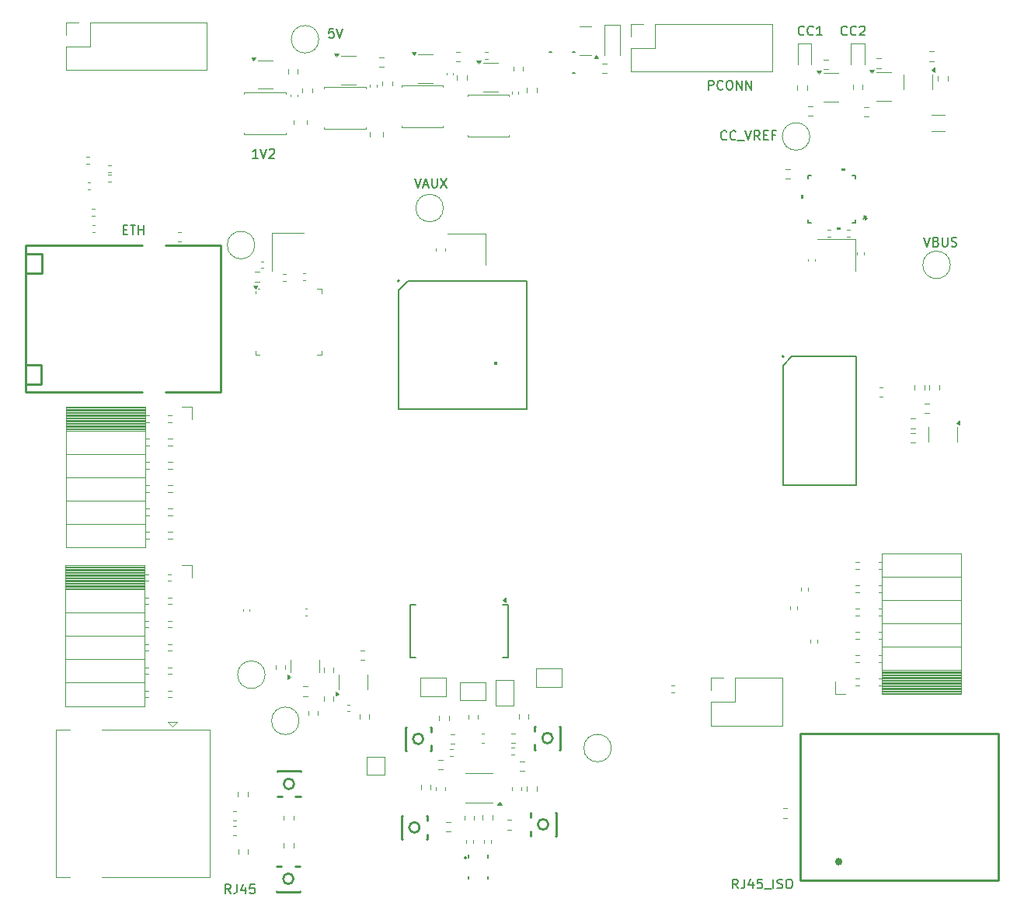
<source format=gbr>
G04 #@! TF.GenerationSoftware,KiCad,Pcbnew,9.0.3-9.0.3-0~ubuntu24.04.1*
G04 #@! TF.CreationDate,2025-07-25T17:12:14+02:00*
G04 #@! TF.ProjectId,acoustic-carrier-board,61636f75-7374-4696-932d-636172726965,rev?*
G04 #@! TF.SameCoordinates,Original*
G04 #@! TF.FileFunction,Legend,Top*
G04 #@! TF.FilePolarity,Positive*
%FSLAX46Y46*%
G04 Gerber Fmt 4.6, Leading zero omitted, Abs format (unit mm)*
G04 Created by KiCad (PCBNEW 9.0.3-9.0.3-0~ubuntu24.04.1) date 2025-07-25 17:12:14*
%MOMM*%
%LPD*%
G01*
G04 APERTURE LIST*
%ADD10C,0.160000*%
%ADD11C,0.120000*%
%ADD12C,0.150000*%
%ADD13C,0.200000*%
%ADD14C,0.254000*%
%ADD15C,0.399999*%
%ADD16C,0.152400*%
%ADD17C,0.000000*%
%ADD18C,0.127000*%
%ADD19C,0.250000*%
%ADD20C,0.410000*%
G04 APERTURE END LIST*
D10*
X139170501Y-76099299D02*
X139503834Y-77099299D01*
X139503834Y-77099299D02*
X139837167Y-76099299D01*
X140503834Y-76575489D02*
X140646691Y-76623108D01*
X140646691Y-76623108D02*
X140694310Y-76670727D01*
X140694310Y-76670727D02*
X140741929Y-76765965D01*
X140741929Y-76765965D02*
X140741929Y-76908822D01*
X140741929Y-76908822D02*
X140694310Y-77004060D01*
X140694310Y-77004060D02*
X140646691Y-77051680D01*
X140646691Y-77051680D02*
X140551453Y-77099299D01*
X140551453Y-77099299D02*
X140170501Y-77099299D01*
X140170501Y-77099299D02*
X140170501Y-76099299D01*
X140170501Y-76099299D02*
X140503834Y-76099299D01*
X140503834Y-76099299D02*
X140599072Y-76146918D01*
X140599072Y-76146918D02*
X140646691Y-76194537D01*
X140646691Y-76194537D02*
X140694310Y-76289775D01*
X140694310Y-76289775D02*
X140694310Y-76385013D01*
X140694310Y-76385013D02*
X140646691Y-76480251D01*
X140646691Y-76480251D02*
X140599072Y-76527870D01*
X140599072Y-76527870D02*
X140503834Y-76575489D01*
X140503834Y-76575489D02*
X140170501Y-76575489D01*
X141170501Y-76099299D02*
X141170501Y-76908822D01*
X141170501Y-76908822D02*
X141218120Y-77004060D01*
X141218120Y-77004060D02*
X141265739Y-77051680D01*
X141265739Y-77051680D02*
X141360977Y-77099299D01*
X141360977Y-77099299D02*
X141551453Y-77099299D01*
X141551453Y-77099299D02*
X141646691Y-77051680D01*
X141646691Y-77051680D02*
X141694310Y-77004060D01*
X141694310Y-77004060D02*
X141741929Y-76908822D01*
X141741929Y-76908822D02*
X141741929Y-76099299D01*
X142170501Y-77051680D02*
X142313358Y-77099299D01*
X142313358Y-77099299D02*
X142551453Y-77099299D01*
X142551453Y-77099299D02*
X142646691Y-77051680D01*
X142646691Y-77051680D02*
X142694310Y-77004060D01*
X142694310Y-77004060D02*
X142741929Y-76908822D01*
X142741929Y-76908822D02*
X142741929Y-76813584D01*
X142741929Y-76813584D02*
X142694310Y-76718346D01*
X142694310Y-76718346D02*
X142646691Y-76670727D01*
X142646691Y-76670727D02*
X142551453Y-76623108D01*
X142551453Y-76623108D02*
X142360977Y-76575489D01*
X142360977Y-76575489D02*
X142265739Y-76527870D01*
X142265739Y-76527870D02*
X142218120Y-76480251D01*
X142218120Y-76480251D02*
X142170501Y-76385013D01*
X142170501Y-76385013D02*
X142170501Y-76289775D01*
X142170501Y-76289775D02*
X142218120Y-76194537D01*
X142218120Y-76194537D02*
X142265739Y-76146918D01*
X142265739Y-76146918D02*
X142360977Y-76099299D01*
X142360977Y-76099299D02*
X142599072Y-76099299D01*
X142599072Y-76099299D02*
X142741929Y-76146918D01*
X117654786Y-65374060D02*
X117607167Y-65421680D01*
X117607167Y-65421680D02*
X117464310Y-65469299D01*
X117464310Y-65469299D02*
X117369072Y-65469299D01*
X117369072Y-65469299D02*
X117226215Y-65421680D01*
X117226215Y-65421680D02*
X117130977Y-65326441D01*
X117130977Y-65326441D02*
X117083358Y-65231203D01*
X117083358Y-65231203D02*
X117035739Y-65040727D01*
X117035739Y-65040727D02*
X117035739Y-64897870D01*
X117035739Y-64897870D02*
X117083358Y-64707394D01*
X117083358Y-64707394D02*
X117130977Y-64612156D01*
X117130977Y-64612156D02*
X117226215Y-64516918D01*
X117226215Y-64516918D02*
X117369072Y-64469299D01*
X117369072Y-64469299D02*
X117464310Y-64469299D01*
X117464310Y-64469299D02*
X117607167Y-64516918D01*
X117607167Y-64516918D02*
X117654786Y-64564537D01*
X118654786Y-65374060D02*
X118607167Y-65421680D01*
X118607167Y-65421680D02*
X118464310Y-65469299D01*
X118464310Y-65469299D02*
X118369072Y-65469299D01*
X118369072Y-65469299D02*
X118226215Y-65421680D01*
X118226215Y-65421680D02*
X118130977Y-65326441D01*
X118130977Y-65326441D02*
X118083358Y-65231203D01*
X118083358Y-65231203D02*
X118035739Y-65040727D01*
X118035739Y-65040727D02*
X118035739Y-64897870D01*
X118035739Y-64897870D02*
X118083358Y-64707394D01*
X118083358Y-64707394D02*
X118130977Y-64612156D01*
X118130977Y-64612156D02*
X118226215Y-64516918D01*
X118226215Y-64516918D02*
X118369072Y-64469299D01*
X118369072Y-64469299D02*
X118464310Y-64469299D01*
X118464310Y-64469299D02*
X118607167Y-64516918D01*
X118607167Y-64516918D02*
X118654786Y-64564537D01*
X118845263Y-65564537D02*
X119607167Y-65564537D01*
X119702406Y-64469299D02*
X120035739Y-65469299D01*
X120035739Y-65469299D02*
X120369072Y-64469299D01*
X121273834Y-65469299D02*
X120940501Y-64993108D01*
X120702406Y-65469299D02*
X120702406Y-64469299D01*
X120702406Y-64469299D02*
X121083358Y-64469299D01*
X121083358Y-64469299D02*
X121178596Y-64516918D01*
X121178596Y-64516918D02*
X121226215Y-64564537D01*
X121226215Y-64564537D02*
X121273834Y-64659775D01*
X121273834Y-64659775D02*
X121273834Y-64802632D01*
X121273834Y-64802632D02*
X121226215Y-64897870D01*
X121226215Y-64897870D02*
X121178596Y-64945489D01*
X121178596Y-64945489D02*
X121083358Y-64993108D01*
X121083358Y-64993108D02*
X120702406Y-64993108D01*
X121702406Y-64945489D02*
X122035739Y-64945489D01*
X122178596Y-65469299D02*
X121702406Y-65469299D01*
X121702406Y-65469299D02*
X121702406Y-64469299D01*
X121702406Y-64469299D02*
X122178596Y-64469299D01*
X122940501Y-64945489D02*
X122607168Y-64945489D01*
X122607168Y-65469299D02*
X122607168Y-64469299D01*
X122607168Y-64469299D02*
X123083358Y-64469299D01*
X74839548Y-53339299D02*
X74363358Y-53339299D01*
X74363358Y-53339299D02*
X74315739Y-53815489D01*
X74315739Y-53815489D02*
X74363358Y-53767870D01*
X74363358Y-53767870D02*
X74458596Y-53720251D01*
X74458596Y-53720251D02*
X74696691Y-53720251D01*
X74696691Y-53720251D02*
X74791929Y-53767870D01*
X74791929Y-53767870D02*
X74839548Y-53815489D01*
X74839548Y-53815489D02*
X74887167Y-53910727D01*
X74887167Y-53910727D02*
X74887167Y-54148822D01*
X74887167Y-54148822D02*
X74839548Y-54244060D01*
X74839548Y-54244060D02*
X74791929Y-54291680D01*
X74791929Y-54291680D02*
X74696691Y-54339299D01*
X74696691Y-54339299D02*
X74458596Y-54339299D01*
X74458596Y-54339299D02*
X74363358Y-54291680D01*
X74363358Y-54291680D02*
X74315739Y-54244060D01*
X75172882Y-53339299D02*
X75506215Y-54339299D01*
X75506215Y-54339299D02*
X75839548Y-53339299D01*
X63594786Y-147659299D02*
X63261453Y-147183108D01*
X63023358Y-147659299D02*
X63023358Y-146659299D01*
X63023358Y-146659299D02*
X63404310Y-146659299D01*
X63404310Y-146659299D02*
X63499548Y-146706918D01*
X63499548Y-146706918D02*
X63547167Y-146754537D01*
X63547167Y-146754537D02*
X63594786Y-146849775D01*
X63594786Y-146849775D02*
X63594786Y-146992632D01*
X63594786Y-146992632D02*
X63547167Y-147087870D01*
X63547167Y-147087870D02*
X63499548Y-147135489D01*
X63499548Y-147135489D02*
X63404310Y-147183108D01*
X63404310Y-147183108D02*
X63023358Y-147183108D01*
X64309072Y-146659299D02*
X64309072Y-147373584D01*
X64309072Y-147373584D02*
X64261453Y-147516441D01*
X64261453Y-147516441D02*
X64166215Y-147611680D01*
X64166215Y-147611680D02*
X64023358Y-147659299D01*
X64023358Y-147659299D02*
X63928120Y-147659299D01*
X65213834Y-146992632D02*
X65213834Y-147659299D01*
X64975739Y-146611680D02*
X64737644Y-147325965D01*
X64737644Y-147325965D02*
X65356691Y-147325965D01*
X66213834Y-146659299D02*
X65737644Y-146659299D01*
X65737644Y-146659299D02*
X65690025Y-147135489D01*
X65690025Y-147135489D02*
X65737644Y-147087870D01*
X65737644Y-147087870D02*
X65832882Y-147040251D01*
X65832882Y-147040251D02*
X66070977Y-147040251D01*
X66070977Y-147040251D02*
X66166215Y-147087870D01*
X66166215Y-147087870D02*
X66213834Y-147135489D01*
X66213834Y-147135489D02*
X66261453Y-147230727D01*
X66261453Y-147230727D02*
X66261453Y-147468822D01*
X66261453Y-147468822D02*
X66213834Y-147564060D01*
X66213834Y-147564060D02*
X66166215Y-147611680D01*
X66166215Y-147611680D02*
X66070977Y-147659299D01*
X66070977Y-147659299D02*
X65832882Y-147659299D01*
X65832882Y-147659299D02*
X65737644Y-147611680D01*
X65737644Y-147611680D02*
X65690025Y-147564060D01*
X66587167Y-67449299D02*
X66015739Y-67449299D01*
X66301453Y-67449299D02*
X66301453Y-66449299D01*
X66301453Y-66449299D02*
X66206215Y-66592156D01*
X66206215Y-66592156D02*
X66110977Y-66687394D01*
X66110977Y-66687394D02*
X66015739Y-66735013D01*
X66872882Y-66449299D02*
X67206215Y-67449299D01*
X67206215Y-67449299D02*
X67539548Y-66449299D01*
X67825263Y-66544537D02*
X67872882Y-66496918D01*
X67872882Y-66496918D02*
X67968120Y-66449299D01*
X67968120Y-66449299D02*
X68206215Y-66449299D01*
X68206215Y-66449299D02*
X68301453Y-66496918D01*
X68301453Y-66496918D02*
X68349072Y-66544537D01*
X68349072Y-66544537D02*
X68396691Y-66639775D01*
X68396691Y-66639775D02*
X68396691Y-66735013D01*
X68396691Y-66735013D02*
X68349072Y-66877870D01*
X68349072Y-66877870D02*
X67777644Y-67449299D01*
X67777644Y-67449299D02*
X68396691Y-67449299D01*
X126094786Y-53954060D02*
X126047167Y-54001680D01*
X126047167Y-54001680D02*
X125904310Y-54049299D01*
X125904310Y-54049299D02*
X125809072Y-54049299D01*
X125809072Y-54049299D02*
X125666215Y-54001680D01*
X125666215Y-54001680D02*
X125570977Y-53906441D01*
X125570977Y-53906441D02*
X125523358Y-53811203D01*
X125523358Y-53811203D02*
X125475739Y-53620727D01*
X125475739Y-53620727D02*
X125475739Y-53477870D01*
X125475739Y-53477870D02*
X125523358Y-53287394D01*
X125523358Y-53287394D02*
X125570977Y-53192156D01*
X125570977Y-53192156D02*
X125666215Y-53096918D01*
X125666215Y-53096918D02*
X125809072Y-53049299D01*
X125809072Y-53049299D02*
X125904310Y-53049299D01*
X125904310Y-53049299D02*
X126047167Y-53096918D01*
X126047167Y-53096918D02*
X126094786Y-53144537D01*
X127094786Y-53954060D02*
X127047167Y-54001680D01*
X127047167Y-54001680D02*
X126904310Y-54049299D01*
X126904310Y-54049299D02*
X126809072Y-54049299D01*
X126809072Y-54049299D02*
X126666215Y-54001680D01*
X126666215Y-54001680D02*
X126570977Y-53906441D01*
X126570977Y-53906441D02*
X126523358Y-53811203D01*
X126523358Y-53811203D02*
X126475739Y-53620727D01*
X126475739Y-53620727D02*
X126475739Y-53477870D01*
X126475739Y-53477870D02*
X126523358Y-53287394D01*
X126523358Y-53287394D02*
X126570977Y-53192156D01*
X126570977Y-53192156D02*
X126666215Y-53096918D01*
X126666215Y-53096918D02*
X126809072Y-53049299D01*
X126809072Y-53049299D02*
X126904310Y-53049299D01*
X126904310Y-53049299D02*
X127047167Y-53096918D01*
X127047167Y-53096918D02*
X127094786Y-53144537D01*
X128047167Y-54049299D02*
X127475739Y-54049299D01*
X127761453Y-54049299D02*
X127761453Y-53049299D01*
X127761453Y-53049299D02*
X127666215Y-53192156D01*
X127666215Y-53192156D02*
X127570977Y-53287394D01*
X127570977Y-53287394D02*
X127475739Y-53335013D01*
X130774786Y-53964060D02*
X130727167Y-54011680D01*
X130727167Y-54011680D02*
X130584310Y-54059299D01*
X130584310Y-54059299D02*
X130489072Y-54059299D01*
X130489072Y-54059299D02*
X130346215Y-54011680D01*
X130346215Y-54011680D02*
X130250977Y-53916441D01*
X130250977Y-53916441D02*
X130203358Y-53821203D01*
X130203358Y-53821203D02*
X130155739Y-53630727D01*
X130155739Y-53630727D02*
X130155739Y-53487870D01*
X130155739Y-53487870D02*
X130203358Y-53297394D01*
X130203358Y-53297394D02*
X130250977Y-53202156D01*
X130250977Y-53202156D02*
X130346215Y-53106918D01*
X130346215Y-53106918D02*
X130489072Y-53059299D01*
X130489072Y-53059299D02*
X130584310Y-53059299D01*
X130584310Y-53059299D02*
X130727167Y-53106918D01*
X130727167Y-53106918D02*
X130774786Y-53154537D01*
X131774786Y-53964060D02*
X131727167Y-54011680D01*
X131727167Y-54011680D02*
X131584310Y-54059299D01*
X131584310Y-54059299D02*
X131489072Y-54059299D01*
X131489072Y-54059299D02*
X131346215Y-54011680D01*
X131346215Y-54011680D02*
X131250977Y-53916441D01*
X131250977Y-53916441D02*
X131203358Y-53821203D01*
X131203358Y-53821203D02*
X131155739Y-53630727D01*
X131155739Y-53630727D02*
X131155739Y-53487870D01*
X131155739Y-53487870D02*
X131203358Y-53297394D01*
X131203358Y-53297394D02*
X131250977Y-53202156D01*
X131250977Y-53202156D02*
X131346215Y-53106918D01*
X131346215Y-53106918D02*
X131489072Y-53059299D01*
X131489072Y-53059299D02*
X131584310Y-53059299D01*
X131584310Y-53059299D02*
X131727167Y-53106918D01*
X131727167Y-53106918D02*
X131774786Y-53154537D01*
X132155739Y-53154537D02*
X132203358Y-53106918D01*
X132203358Y-53106918D02*
X132298596Y-53059299D01*
X132298596Y-53059299D02*
X132536691Y-53059299D01*
X132536691Y-53059299D02*
X132631929Y-53106918D01*
X132631929Y-53106918D02*
X132679548Y-53154537D01*
X132679548Y-53154537D02*
X132727167Y-53249775D01*
X132727167Y-53249775D02*
X132727167Y-53345013D01*
X132727167Y-53345013D02*
X132679548Y-53487870D01*
X132679548Y-53487870D02*
X132108120Y-54059299D01*
X132108120Y-54059299D02*
X132727167Y-54059299D01*
X115683358Y-59999299D02*
X115683358Y-58999299D01*
X115683358Y-58999299D02*
X116064310Y-58999299D01*
X116064310Y-58999299D02*
X116159548Y-59046918D01*
X116159548Y-59046918D02*
X116207167Y-59094537D01*
X116207167Y-59094537D02*
X116254786Y-59189775D01*
X116254786Y-59189775D02*
X116254786Y-59332632D01*
X116254786Y-59332632D02*
X116207167Y-59427870D01*
X116207167Y-59427870D02*
X116159548Y-59475489D01*
X116159548Y-59475489D02*
X116064310Y-59523108D01*
X116064310Y-59523108D02*
X115683358Y-59523108D01*
X117254786Y-59904060D02*
X117207167Y-59951680D01*
X117207167Y-59951680D02*
X117064310Y-59999299D01*
X117064310Y-59999299D02*
X116969072Y-59999299D01*
X116969072Y-59999299D02*
X116826215Y-59951680D01*
X116826215Y-59951680D02*
X116730977Y-59856441D01*
X116730977Y-59856441D02*
X116683358Y-59761203D01*
X116683358Y-59761203D02*
X116635739Y-59570727D01*
X116635739Y-59570727D02*
X116635739Y-59427870D01*
X116635739Y-59427870D02*
X116683358Y-59237394D01*
X116683358Y-59237394D02*
X116730977Y-59142156D01*
X116730977Y-59142156D02*
X116826215Y-59046918D01*
X116826215Y-59046918D02*
X116969072Y-58999299D01*
X116969072Y-58999299D02*
X117064310Y-58999299D01*
X117064310Y-58999299D02*
X117207167Y-59046918D01*
X117207167Y-59046918D02*
X117254786Y-59094537D01*
X117873834Y-58999299D02*
X118064310Y-58999299D01*
X118064310Y-58999299D02*
X118159548Y-59046918D01*
X118159548Y-59046918D02*
X118254786Y-59142156D01*
X118254786Y-59142156D02*
X118302405Y-59332632D01*
X118302405Y-59332632D02*
X118302405Y-59665965D01*
X118302405Y-59665965D02*
X118254786Y-59856441D01*
X118254786Y-59856441D02*
X118159548Y-59951680D01*
X118159548Y-59951680D02*
X118064310Y-59999299D01*
X118064310Y-59999299D02*
X117873834Y-59999299D01*
X117873834Y-59999299D02*
X117778596Y-59951680D01*
X117778596Y-59951680D02*
X117683358Y-59856441D01*
X117683358Y-59856441D02*
X117635739Y-59665965D01*
X117635739Y-59665965D02*
X117635739Y-59332632D01*
X117635739Y-59332632D02*
X117683358Y-59142156D01*
X117683358Y-59142156D02*
X117778596Y-59046918D01*
X117778596Y-59046918D02*
X117873834Y-58999299D01*
X118730977Y-59999299D02*
X118730977Y-58999299D01*
X118730977Y-58999299D02*
X119302405Y-59999299D01*
X119302405Y-59999299D02*
X119302405Y-58999299D01*
X119778596Y-59999299D02*
X119778596Y-58999299D01*
X119778596Y-58999299D02*
X120350024Y-59999299D01*
X120350024Y-59999299D02*
X120350024Y-58999299D01*
X118894786Y-147099299D02*
X118561453Y-146623108D01*
X118323358Y-147099299D02*
X118323358Y-146099299D01*
X118323358Y-146099299D02*
X118704310Y-146099299D01*
X118704310Y-146099299D02*
X118799548Y-146146918D01*
X118799548Y-146146918D02*
X118847167Y-146194537D01*
X118847167Y-146194537D02*
X118894786Y-146289775D01*
X118894786Y-146289775D02*
X118894786Y-146432632D01*
X118894786Y-146432632D02*
X118847167Y-146527870D01*
X118847167Y-146527870D02*
X118799548Y-146575489D01*
X118799548Y-146575489D02*
X118704310Y-146623108D01*
X118704310Y-146623108D02*
X118323358Y-146623108D01*
X119609072Y-146099299D02*
X119609072Y-146813584D01*
X119609072Y-146813584D02*
X119561453Y-146956441D01*
X119561453Y-146956441D02*
X119466215Y-147051680D01*
X119466215Y-147051680D02*
X119323358Y-147099299D01*
X119323358Y-147099299D02*
X119228120Y-147099299D01*
X120513834Y-146432632D02*
X120513834Y-147099299D01*
X120275739Y-146051680D02*
X120037644Y-146765965D01*
X120037644Y-146765965D02*
X120656691Y-146765965D01*
X121513834Y-146099299D02*
X121037644Y-146099299D01*
X121037644Y-146099299D02*
X120990025Y-146575489D01*
X120990025Y-146575489D02*
X121037644Y-146527870D01*
X121037644Y-146527870D02*
X121132882Y-146480251D01*
X121132882Y-146480251D02*
X121370977Y-146480251D01*
X121370977Y-146480251D02*
X121466215Y-146527870D01*
X121466215Y-146527870D02*
X121513834Y-146575489D01*
X121513834Y-146575489D02*
X121561453Y-146670727D01*
X121561453Y-146670727D02*
X121561453Y-146908822D01*
X121561453Y-146908822D02*
X121513834Y-147004060D01*
X121513834Y-147004060D02*
X121466215Y-147051680D01*
X121466215Y-147051680D02*
X121370977Y-147099299D01*
X121370977Y-147099299D02*
X121132882Y-147099299D01*
X121132882Y-147099299D02*
X121037644Y-147051680D01*
X121037644Y-147051680D02*
X120990025Y-147004060D01*
X121751930Y-147194537D02*
X122513834Y-147194537D01*
X122751930Y-147099299D02*
X122751930Y-146099299D01*
X123180501Y-147051680D02*
X123323358Y-147099299D01*
X123323358Y-147099299D02*
X123561453Y-147099299D01*
X123561453Y-147099299D02*
X123656691Y-147051680D01*
X123656691Y-147051680D02*
X123704310Y-147004060D01*
X123704310Y-147004060D02*
X123751929Y-146908822D01*
X123751929Y-146908822D02*
X123751929Y-146813584D01*
X123751929Y-146813584D02*
X123704310Y-146718346D01*
X123704310Y-146718346D02*
X123656691Y-146670727D01*
X123656691Y-146670727D02*
X123561453Y-146623108D01*
X123561453Y-146623108D02*
X123370977Y-146575489D01*
X123370977Y-146575489D02*
X123275739Y-146527870D01*
X123275739Y-146527870D02*
X123228120Y-146480251D01*
X123228120Y-146480251D02*
X123180501Y-146385013D01*
X123180501Y-146385013D02*
X123180501Y-146289775D01*
X123180501Y-146289775D02*
X123228120Y-146194537D01*
X123228120Y-146194537D02*
X123275739Y-146146918D01*
X123275739Y-146146918D02*
X123370977Y-146099299D01*
X123370977Y-146099299D02*
X123609072Y-146099299D01*
X123609072Y-146099299D02*
X123751929Y-146146918D01*
X124370977Y-146099299D02*
X124561453Y-146099299D01*
X124561453Y-146099299D02*
X124656691Y-146146918D01*
X124656691Y-146146918D02*
X124751929Y-146242156D01*
X124751929Y-146242156D02*
X124799548Y-146432632D01*
X124799548Y-146432632D02*
X124799548Y-146765965D01*
X124799548Y-146765965D02*
X124751929Y-146956441D01*
X124751929Y-146956441D02*
X124656691Y-147051680D01*
X124656691Y-147051680D02*
X124561453Y-147099299D01*
X124561453Y-147099299D02*
X124370977Y-147099299D01*
X124370977Y-147099299D02*
X124275739Y-147051680D01*
X124275739Y-147051680D02*
X124180501Y-146956441D01*
X124180501Y-146956441D02*
X124132882Y-146765965D01*
X124132882Y-146765965D02*
X124132882Y-146432632D01*
X124132882Y-146432632D02*
X124180501Y-146242156D01*
X124180501Y-146242156D02*
X124275739Y-146146918D01*
X124275739Y-146146918D02*
X124370977Y-146099299D01*
X83690501Y-69659299D02*
X84023834Y-70659299D01*
X84023834Y-70659299D02*
X84357167Y-69659299D01*
X84642882Y-70373584D02*
X85119072Y-70373584D01*
X84547644Y-70659299D02*
X84880977Y-69659299D01*
X84880977Y-69659299D02*
X85214310Y-70659299D01*
X85547644Y-69659299D02*
X85547644Y-70468822D01*
X85547644Y-70468822D02*
X85595263Y-70564060D01*
X85595263Y-70564060D02*
X85642882Y-70611680D01*
X85642882Y-70611680D02*
X85738120Y-70659299D01*
X85738120Y-70659299D02*
X85928596Y-70659299D01*
X85928596Y-70659299D02*
X86023834Y-70611680D01*
X86023834Y-70611680D02*
X86071453Y-70564060D01*
X86071453Y-70564060D02*
X86119072Y-70468822D01*
X86119072Y-70468822D02*
X86119072Y-69659299D01*
X86500025Y-69659299D02*
X87166691Y-70659299D01*
X87166691Y-69659299D02*
X86500025Y-70659299D01*
X51913358Y-75235489D02*
X52246691Y-75235489D01*
X52389548Y-75759299D02*
X51913358Y-75759299D01*
X51913358Y-75759299D02*
X51913358Y-74759299D01*
X51913358Y-74759299D02*
X52389548Y-74759299D01*
X52675263Y-74759299D02*
X53246691Y-74759299D01*
X52960977Y-75759299D02*
X52960977Y-74759299D01*
X53580025Y-75759299D02*
X53580025Y-74759299D01*
X53580025Y-75235489D02*
X54151453Y-75235489D01*
X54151453Y-75759299D02*
X54151453Y-74759299D01*
X132759999Y-74195700D02*
X132759999Y-73957605D01*
X132998094Y-74052843D02*
X132759999Y-73957605D01*
X132759999Y-73957605D02*
X132521904Y-74052843D01*
X132902856Y-73767129D02*
X132759999Y-73957605D01*
X132759999Y-73957605D02*
X132617142Y-73767129D01*
D11*
X88642258Y-55842500D02*
X88167742Y-55842500D01*
X88642258Y-56887500D02*
X88167742Y-56887500D01*
X134755000Y-58120000D02*
X133955000Y-58120000D01*
X134755000Y-58120000D02*
X135555000Y-58120000D01*
X134755000Y-61240000D02*
X133955000Y-61240000D01*
X134755000Y-61240000D02*
X135555000Y-61240000D01*
X133455000Y-58170000D02*
X133215000Y-57840000D01*
X133695000Y-57840000D01*
X133455000Y-58170000D01*
G36*
X133455000Y-58170000D02*
G01*
X133215000Y-57840000D01*
X133695000Y-57840000D01*
X133455000Y-58170000D01*
G37*
X92460000Y-124350000D02*
X94460000Y-124350000D01*
X92460000Y-127150000D02*
X92460000Y-124350000D01*
X94460000Y-124350000D02*
X94460000Y-127150000D01*
X94460000Y-127150000D02*
X92460000Y-127150000D01*
X86007500Y-136376267D02*
X86007500Y-136083733D01*
X87027500Y-136376267D02*
X87027500Y-136083733D01*
X63911233Y-138705000D02*
X64203767Y-138705000D01*
X63911233Y-139725000D02*
X64203767Y-139725000D01*
X126810000Y-119966359D02*
X126810000Y-120273641D01*
X127570000Y-119966359D02*
X127570000Y-120273641D01*
X78795000Y-59672836D02*
X78795000Y-59457164D01*
X79515000Y-59672836D02*
X79515000Y-59457164D01*
X66240000Y-76940000D02*
G75*
G02*
X63240000Y-76940000I-1500000J0D01*
G01*
X63240000Y-76940000D02*
G75*
G02*
X66240000Y-76940000I1500000J0D01*
G01*
X44540000Y-145885000D02*
X44540000Y-129765000D01*
X46100000Y-129765000D02*
X44540000Y-129765000D01*
X46100000Y-145885000D02*
X44540000Y-145885000D01*
X56742000Y-128939000D02*
X57250000Y-129447000D01*
X57250000Y-129447000D02*
X57758000Y-128939000D01*
X57758000Y-128939000D02*
X56742000Y-128939000D01*
X61360000Y-129765000D02*
X49600000Y-129765000D01*
X61360000Y-145885000D02*
X49600000Y-145885000D01*
X61360000Y-145885000D02*
X61360000Y-129765000D01*
X50266359Y-69230000D02*
X50573641Y-69230000D01*
X50266359Y-69990000D02*
X50573641Y-69990000D01*
D12*
X83185000Y-116135000D02*
X83185000Y-121885000D01*
X83760000Y-116135000D02*
X83185000Y-116135000D01*
X83760000Y-121885000D02*
X83185000Y-121885000D01*
X93835000Y-116135000D02*
X93260000Y-116135000D01*
X93835000Y-116135000D02*
X93835000Y-121885000D01*
X93835000Y-121885000D02*
X93260000Y-121885000D01*
D11*
X93590000Y-115875000D02*
X93260000Y-115635000D01*
X93590000Y-115395000D01*
X93590000Y-115875000D01*
G36*
X93590000Y-115875000D02*
G01*
X93260000Y-115635000D01*
X93590000Y-115395000D01*
X93590000Y-115875000D01*
G37*
X102290002Y-53119999D02*
X101640002Y-53119999D01*
X102290002Y-53119999D02*
X102940002Y-53119999D01*
X102290002Y-56239999D02*
X101640002Y-56239999D01*
X102290002Y-56239999D02*
X102940002Y-56239999D01*
X103692502Y-56519999D02*
X103212502Y-56519999D01*
X103452502Y-56189999D01*
X103692502Y-56519999D01*
G36*
X103692502Y-56519999D02*
G01*
X103212502Y-56519999D01*
X103452502Y-56189999D01*
X103692502Y-56519999D01*
G37*
X70145000Y-60722836D02*
X70145000Y-60507164D01*
X70865000Y-60722836D02*
X70865000Y-60507164D01*
X45620000Y-111890000D02*
X45620000Y-127250000D01*
X45620000Y-111890000D02*
X54250000Y-111890000D01*
X45620000Y-112010000D02*
X54250000Y-112010000D01*
X45620000Y-112128095D02*
X54250000Y-112128095D01*
X45620000Y-112246190D02*
X54250000Y-112246190D01*
X45620000Y-112364285D02*
X54250000Y-112364285D01*
X45620000Y-112482380D02*
X54250000Y-112482380D01*
X45620000Y-112600475D02*
X54250000Y-112600475D01*
X45620000Y-112718570D02*
X54250000Y-112718570D01*
X45620000Y-112836665D02*
X54250000Y-112836665D01*
X45620000Y-112954760D02*
X54250000Y-112954760D01*
X45620000Y-113072855D02*
X54250000Y-113072855D01*
X45620000Y-113190950D02*
X54250000Y-113190950D01*
X45620000Y-113309045D02*
X54250000Y-113309045D01*
X45620000Y-113427140D02*
X54250000Y-113427140D01*
X45620000Y-113545235D02*
X54250000Y-113545235D01*
X45620000Y-113663330D02*
X54250000Y-113663330D01*
X45620000Y-113781425D02*
X54250000Y-113781425D01*
X45620000Y-113899520D02*
X54250000Y-113899520D01*
X45620000Y-114017615D02*
X54250000Y-114017615D01*
X45620000Y-114135710D02*
X54250000Y-114135710D01*
X45620000Y-114253805D02*
X54250000Y-114253805D01*
X45620000Y-114371900D02*
X54250000Y-114371900D01*
X45620000Y-114490000D02*
X54250000Y-114490000D01*
X45620000Y-117030000D02*
X54250000Y-117030000D01*
X45620000Y-119570000D02*
X54250000Y-119570000D01*
X45620000Y-122110000D02*
X54250000Y-122110000D01*
X45620000Y-124650000D02*
X54250000Y-124650000D01*
X45620000Y-127250000D02*
X54250000Y-127250000D01*
X54250000Y-111890000D02*
X54250000Y-127250000D01*
X54250000Y-112860000D02*
X54660000Y-112860000D01*
X54250000Y-113580000D02*
X54660000Y-113580000D01*
X54250000Y-115400000D02*
X54660000Y-115400000D01*
X54250000Y-116120000D02*
X54660000Y-116120000D01*
X54250000Y-117940000D02*
X54660000Y-117940000D01*
X54250000Y-118660000D02*
X54660000Y-118660000D01*
X54250000Y-120480000D02*
X54660000Y-120480000D01*
X54250000Y-121200000D02*
X54660000Y-121200000D01*
X54250000Y-123020000D02*
X54660000Y-123020000D01*
X54250000Y-123740000D02*
X54660000Y-123740000D01*
X54250000Y-125560000D02*
X54660000Y-125560000D01*
X54250000Y-126280000D02*
X54660000Y-126280000D01*
X56760000Y-112860000D02*
X57140000Y-112860000D01*
X56760000Y-113580000D02*
X57140000Y-113580000D01*
X56760000Y-115400000D02*
X57200000Y-115400000D01*
X56760000Y-116120000D02*
X57200000Y-116120000D01*
X56760000Y-117940000D02*
X57200000Y-117940000D01*
X56760000Y-118660000D02*
X57200000Y-118660000D01*
X56760000Y-120480000D02*
X57200000Y-120480000D01*
X56760000Y-121200000D02*
X57200000Y-121200000D01*
X56760000Y-123020000D02*
X57200000Y-123020000D01*
X56760000Y-123740000D02*
X57200000Y-123740000D01*
X56760000Y-125560000D02*
X57200000Y-125560000D01*
X56760000Y-126280000D02*
X57200000Y-126280000D01*
X58250000Y-111890000D02*
X59360000Y-111890000D01*
X59360000Y-111890000D02*
X59360000Y-113220000D01*
X95002500Y-128122742D02*
X95002500Y-128597258D01*
X96047500Y-128122742D02*
X96047500Y-128597258D01*
X91623641Y-55890000D02*
X91316359Y-55890000D01*
X91623641Y-56650000D02*
X91316359Y-56650000D01*
D13*
X81900000Y-81850000D02*
X82900000Y-80850000D01*
X81900000Y-94850000D02*
X81900000Y-81850000D01*
X82900000Y-80850000D02*
X95900000Y-80850000D01*
X95900000Y-80850000D02*
X95900000Y-94850000D01*
X95900000Y-94850000D02*
X81900000Y-94850000D01*
X82000000Y-80850000D02*
G75*
G02*
X81800000Y-80850000I-100000J0D01*
G01*
X81800000Y-80850000D02*
G75*
G02*
X82000000Y-80850000I100000J0D01*
G01*
D11*
X77737742Y-121145000D02*
X78212258Y-121145000D01*
X77737742Y-122190000D02*
X78212258Y-122190000D01*
X69610121Y-80105000D02*
X69274879Y-80105000D01*
X69610121Y-80865000D02*
X69274879Y-80865000D01*
X73742500Y-123527258D02*
X73742500Y-123052742D01*
X74787500Y-123527258D02*
X74787500Y-123052742D01*
X84260000Y-124140000D02*
X87060000Y-124140000D01*
X84260000Y-126140000D02*
X84260000Y-124140000D01*
X87060000Y-124140000D02*
X87060000Y-126140000D01*
X87060000Y-126140000D02*
X84260000Y-126140000D01*
X124610000Y-116653641D02*
X124610000Y-116346359D01*
X125370000Y-116653641D02*
X125370000Y-116346359D01*
X78745000Y-64622936D02*
X78745000Y-65077064D01*
X80215000Y-64622936D02*
X80215000Y-65077064D01*
X138212258Y-95877500D02*
X137737742Y-95877500D01*
X138212258Y-96922500D02*
X137737742Y-96922500D01*
X128973641Y-75233000D02*
X128666359Y-75233000D01*
X128973641Y-75993000D02*
X128666359Y-75993000D01*
X48016359Y-70100000D02*
X48323641Y-70100000D01*
X48016359Y-70860000D02*
X48323641Y-70860000D01*
X94197258Y-139657500D02*
X93722742Y-139657500D01*
X94197258Y-140702500D02*
X93722742Y-140702500D01*
X137737742Y-97427500D02*
X138212258Y-97427500D01*
X137737742Y-98472500D02*
X138212258Y-98472500D01*
X127034724Y-61802500D02*
X126525276Y-61802500D01*
X127034724Y-62847500D02*
X126525276Y-62847500D01*
X45665000Y-94565000D02*
X45665000Y-109925000D01*
X45665000Y-94565000D02*
X54295000Y-94565000D01*
X45665000Y-94685000D02*
X54295000Y-94685000D01*
X45665000Y-94803095D02*
X54295000Y-94803095D01*
X45665000Y-94921190D02*
X54295000Y-94921190D01*
X45665000Y-95039285D02*
X54295000Y-95039285D01*
X45665000Y-95157380D02*
X54295000Y-95157380D01*
X45665000Y-95275475D02*
X54295000Y-95275475D01*
X45665000Y-95393570D02*
X54295000Y-95393570D01*
X45665000Y-95511665D02*
X54295000Y-95511665D01*
X45665000Y-95629760D02*
X54295000Y-95629760D01*
X45665000Y-95747855D02*
X54295000Y-95747855D01*
X45665000Y-95865950D02*
X54295000Y-95865950D01*
X45665000Y-95984045D02*
X54295000Y-95984045D01*
X45665000Y-96102140D02*
X54295000Y-96102140D01*
X45665000Y-96220235D02*
X54295000Y-96220235D01*
X45665000Y-96338330D02*
X54295000Y-96338330D01*
X45665000Y-96456425D02*
X54295000Y-96456425D01*
X45665000Y-96574520D02*
X54295000Y-96574520D01*
X45665000Y-96692615D02*
X54295000Y-96692615D01*
X45665000Y-96810710D02*
X54295000Y-96810710D01*
X45665000Y-96928805D02*
X54295000Y-96928805D01*
X45665000Y-97046900D02*
X54295000Y-97046900D01*
X45665000Y-97165000D02*
X54295000Y-97165000D01*
X45665000Y-99705000D02*
X54295000Y-99705000D01*
X45665000Y-102245000D02*
X54295000Y-102245000D01*
X45665000Y-104785000D02*
X54295000Y-104785000D01*
X45665000Y-107325000D02*
X54295000Y-107325000D01*
X45665000Y-109925000D02*
X54295000Y-109925000D01*
X54295000Y-94565000D02*
X54295000Y-109925000D01*
X54295000Y-95535000D02*
X54705000Y-95535000D01*
X54295000Y-96255000D02*
X54705000Y-96255000D01*
X54295000Y-98075000D02*
X54705000Y-98075000D01*
X54295000Y-98795000D02*
X54705000Y-98795000D01*
X54295000Y-100615000D02*
X54705000Y-100615000D01*
X54295000Y-101335000D02*
X54705000Y-101335000D01*
X54295000Y-103155000D02*
X54705000Y-103155000D01*
X54295000Y-103875000D02*
X54705000Y-103875000D01*
X54295000Y-105695000D02*
X54705000Y-105695000D01*
X54295000Y-106415000D02*
X54705000Y-106415000D01*
X54295000Y-108235000D02*
X54705000Y-108235000D01*
X54295000Y-108955000D02*
X54705000Y-108955000D01*
X56805000Y-95535000D02*
X57185000Y-95535000D01*
X56805000Y-96255000D02*
X57185000Y-96255000D01*
X56805000Y-98075000D02*
X57245000Y-98075000D01*
X56805000Y-98795000D02*
X57245000Y-98795000D01*
X56805000Y-100615000D02*
X57245000Y-100615000D01*
X56805000Y-101335000D02*
X57245000Y-101335000D01*
X56805000Y-103155000D02*
X57245000Y-103155000D01*
X56805000Y-103875000D02*
X57245000Y-103875000D01*
X56805000Y-105695000D02*
X57245000Y-105695000D01*
X56805000Y-106415000D02*
X57245000Y-106415000D01*
X56805000Y-108235000D02*
X57245000Y-108235000D01*
X56805000Y-108955000D02*
X57245000Y-108955000D01*
X58295000Y-94565000D02*
X59405000Y-94565000D01*
X59405000Y-94565000D02*
X59405000Y-95895000D01*
X124567258Y-68627500D02*
X124092742Y-68627500D01*
X124567258Y-69672500D02*
X124092742Y-69672500D01*
X139712776Y-55815000D02*
X140222224Y-55815000D01*
X139712776Y-56860000D02*
X140222224Y-56860000D01*
X67417500Y-56785000D02*
X66617500Y-56785000D01*
X67417500Y-56785000D02*
X68217500Y-56785000D01*
X67417500Y-59905000D02*
X66617500Y-59905000D01*
X67417500Y-59905000D02*
X68217500Y-59905000D01*
X66117500Y-56835000D02*
X65877500Y-56505000D01*
X66357500Y-56505000D01*
X66117500Y-56835000D01*
G36*
X66117500Y-56835000D02*
G01*
X65877500Y-56505000D01*
X66357500Y-56505000D01*
X66117500Y-56835000D01*
G37*
X131220000Y-54927500D02*
X131220000Y-57212500D01*
X132690000Y-54927500D02*
X131220000Y-54927500D01*
X132690000Y-57212500D02*
X132690000Y-54927500D01*
X139752500Y-92237742D02*
X139752500Y-92712258D01*
X140797500Y-92237742D02*
X140797500Y-92712258D01*
X126730000Y-65090000D02*
G75*
G02*
X123730000Y-65090000I-1500000J0D01*
G01*
X123730000Y-65090000D02*
G75*
G02*
X126730000Y-65090000I1500000J0D01*
G01*
X128255242Y-56702500D02*
X128729758Y-56702500D01*
X128255242Y-57747500D02*
X128729758Y-57747500D01*
X78480000Y-132780000D02*
X80380000Y-132780000D01*
X78480000Y-134680000D02*
X78480000Y-132780000D01*
X80380000Y-132780000D02*
X80380000Y-134680000D01*
X80380000Y-134680000D02*
X78480000Y-134680000D01*
X72002258Y-125097500D02*
X71527742Y-125097500D01*
X72002258Y-126142500D02*
X71527742Y-126142500D01*
X47876359Y-67300000D02*
X48183641Y-67300000D01*
X47876359Y-68060000D02*
X48183641Y-68060000D01*
X95895000Y-136005242D02*
X95895000Y-136479758D01*
X96940000Y-136005242D02*
X96940000Y-136479758D01*
X76455000Y-56305000D02*
X75655000Y-56305000D01*
X76455000Y-56305000D02*
X77255000Y-56305000D01*
X76455000Y-59425000D02*
X75655000Y-59425000D01*
X76455000Y-59425000D02*
X77255000Y-59425000D01*
X75155000Y-56355000D02*
X74915000Y-56025000D01*
X75395000Y-56025000D01*
X75155000Y-56355000D01*
G36*
X75155000Y-56355000D02*
G01*
X74915000Y-56025000D01*
X75395000Y-56025000D01*
X75155000Y-56355000D01*
G37*
X91077500Y-139152742D02*
X91077500Y-139627258D01*
X92122500Y-139152742D02*
X92122500Y-139627258D01*
X138152500Y-92672258D02*
X138152500Y-92197742D01*
X139197500Y-92672258D02*
X139197500Y-92197742D01*
X89445000Y-60555000D02*
X89445000Y-60705000D01*
X89445000Y-60555000D02*
X93965000Y-60555000D01*
X89445000Y-65075000D02*
X89445000Y-64925000D01*
X89445000Y-65075000D02*
X93965000Y-65075000D01*
X93965000Y-60555000D02*
X93965000Y-60705000D01*
X93965000Y-65075000D02*
X93965000Y-64925000D01*
X50256359Y-68220000D02*
X50563641Y-68220000D01*
X50256359Y-68980000D02*
X50563641Y-68980000D01*
X94552621Y-131730000D02*
X94217379Y-131730000D01*
X94552621Y-132490000D02*
X94217379Y-132490000D01*
X95622258Y-133237500D02*
X95147742Y-133237500D01*
X95622258Y-134282500D02*
X95147742Y-134282500D01*
X58186267Y-75510000D02*
X57893733Y-75510000D01*
X58186267Y-76530000D02*
X57893733Y-76530000D01*
X48536359Y-74800000D02*
X48843641Y-74800000D01*
X48536359Y-75560000D02*
X48843641Y-75560000D01*
X45670000Y-52670000D02*
X47000000Y-52670000D01*
X45670000Y-54000000D02*
X45670000Y-52670000D01*
X45670000Y-55270000D02*
X48270000Y-55270000D01*
X45670000Y-57870000D02*
X45670000Y-55270000D01*
X45670000Y-57870000D02*
X61030000Y-57870000D01*
X48270000Y-52670000D02*
X61030000Y-52670000D01*
X48270000Y-55270000D02*
X48270000Y-52670000D01*
X61030000Y-57870000D02*
X61030000Y-52670000D01*
X131870000Y-77977836D02*
X131870000Y-77762164D01*
X132590000Y-77977836D02*
X132590000Y-77762164D01*
X69407500Y-142192742D02*
X69407500Y-142667258D01*
X70452500Y-142192742D02*
X70452500Y-142667258D01*
X64950000Y-116870336D02*
X64950000Y-116654664D01*
X65670000Y-116870336D02*
X65670000Y-116654664D01*
X125432500Y-54952500D02*
X125432500Y-57237500D01*
X126902500Y-54952500D02*
X125432500Y-54952500D01*
X126902500Y-57237500D02*
X126902500Y-54952500D01*
X65095000Y-60310000D02*
X65095000Y-60460000D01*
X65095000Y-60310000D02*
X69615000Y-60310000D01*
X65095000Y-64830000D02*
X65095000Y-64680000D01*
X65095000Y-64830000D02*
X69615000Y-64830000D01*
X69615000Y-60310000D02*
X69615000Y-60460000D01*
X69615000Y-64830000D02*
X69615000Y-64680000D01*
X131432500Y-59954724D02*
X131432500Y-59445276D01*
X132477500Y-59954724D02*
X132477500Y-59445276D01*
X139665000Y-97612500D02*
X139665000Y-96812500D01*
X139665000Y-97612500D02*
X139665000Y-98412500D01*
X142785000Y-97612500D02*
X142785000Y-96812500D01*
X142785000Y-97612500D02*
X142785000Y-98412500D01*
X143065000Y-96552500D02*
X142735000Y-96312500D01*
X143065000Y-96072500D01*
X143065000Y-96552500D01*
G36*
X143065000Y-96552500D02*
G01*
X142735000Y-96312500D01*
X143065000Y-96072500D01*
X143065000Y-96552500D01*
G37*
D14*
X68690000Y-134312500D02*
X68690000Y-134379000D01*
X68690000Y-137041000D02*
X68690000Y-137107500D01*
X68690000Y-137107500D02*
X69229000Y-137107500D01*
X69229000Y-134312500D02*
X68690000Y-134312500D01*
X69229000Y-134312500D02*
X70691000Y-134312500D01*
X70691000Y-137107500D02*
X71230000Y-137107500D01*
X71230000Y-134312500D02*
X70691000Y-134312500D01*
X71230000Y-134379000D02*
X71230000Y-134312500D01*
X71230000Y-137107500D02*
X71230000Y-137041000D01*
X70528000Y-135710000D02*
G75*
G02*
X69392000Y-135710000I-568000J0D01*
G01*
X69392000Y-135710000D02*
G75*
G02*
X70528000Y-135710000I568000J0D01*
G01*
D11*
X66747258Y-79877500D02*
X66272742Y-79877500D01*
X66747258Y-80922500D02*
X66272742Y-80922500D01*
X134359471Y-92457750D02*
X134685029Y-92457750D01*
X134359471Y-93477750D02*
X134685029Y-93477750D01*
D14*
X125675037Y-130190096D02*
X125675037Y-146190089D01*
X147277000Y-130190071D02*
X125677069Y-130190096D01*
X147277000Y-130190071D02*
X147277000Y-146190064D01*
X147286931Y-146190064D02*
X125687000Y-146190089D01*
D15*
X130059864Y-144190068D02*
G75*
G02*
X129660068Y-144190068I-199898J0D01*
G01*
X129660068Y-144190068D02*
G75*
G02*
X130059864Y-144190068I199898J0D01*
G01*
D11*
X125750000Y-114653641D02*
X125750000Y-114346359D01*
X126510000Y-114653641D02*
X126510000Y-114346359D01*
X96860000Y-123100000D02*
X99660000Y-123100000D01*
X96860000Y-125100000D02*
X96860000Y-123100000D01*
X99660000Y-123100000D02*
X99660000Y-125100000D01*
X99660000Y-125100000D02*
X96860000Y-125100000D01*
X66295000Y-82200000D02*
X66295000Y-81965000D01*
X66295000Y-88945000D02*
X66295000Y-88470000D01*
X66770000Y-81725000D02*
X66595000Y-81725000D01*
X66770000Y-88945000D02*
X66295000Y-88945000D01*
X73040000Y-81725000D02*
X73515000Y-81725000D01*
X73040000Y-88945000D02*
X73515000Y-88945000D01*
X73515000Y-81725000D02*
X73515000Y-82200000D01*
X73515000Y-88945000D02*
X73515000Y-88470000D01*
X66295000Y-81725000D02*
X66055000Y-81395000D01*
X66535000Y-81395000D01*
X66295000Y-81725000D01*
G36*
X66295000Y-81725000D02*
G01*
X66055000Y-81395000D01*
X66535000Y-81395000D01*
X66295000Y-81725000D01*
G37*
D14*
X96262500Y-138860000D02*
X96262500Y-139399000D01*
X96262500Y-140861000D02*
X96262500Y-141400000D01*
X96262500Y-141400000D02*
X96329000Y-141400000D01*
X96329000Y-138860000D02*
X96262500Y-138860000D01*
X98991000Y-141400000D02*
X99057500Y-141400000D01*
X99057500Y-138860000D02*
X98991000Y-138860000D01*
X99057500Y-139399000D02*
X99057500Y-138860000D01*
X99057500Y-139399000D02*
X99057500Y-140861000D01*
X99057500Y-141400000D02*
X99057500Y-140861000D01*
X98228000Y-140130000D02*
G75*
G02*
X97092000Y-140130000I-568000J0D01*
G01*
X97092000Y-140130000D02*
G75*
G02*
X98228000Y-140130000I568000J0D01*
G01*
D11*
X140695000Y-58532776D02*
X140695000Y-59042224D01*
X141740000Y-58532776D02*
X141740000Y-59042224D01*
X107250000Y-52830000D02*
X108580000Y-52830000D01*
X107250000Y-54160000D02*
X107250000Y-52830000D01*
X107250000Y-55430000D02*
X109850000Y-55430000D01*
X107250000Y-58030000D02*
X107250000Y-55430000D01*
X107250000Y-58030000D02*
X122610000Y-58030000D01*
X109850000Y-52830000D02*
X122610000Y-52830000D01*
X109850000Y-55430000D02*
X109850000Y-52830000D01*
X122610000Y-58030000D02*
X122610000Y-52830000D01*
X142040000Y-79100000D02*
G75*
G02*
X139040000Y-79100000I-1500000J0D01*
G01*
X139040000Y-79100000D02*
G75*
G02*
X142040000Y-79100000I1500000J0D01*
G01*
X126550000Y-78670836D02*
X126550000Y-78455164D01*
X127270000Y-78670836D02*
X127270000Y-78455164D01*
X71737836Y-80040000D02*
X71522164Y-80040000D01*
X71737836Y-80760000D02*
X71522164Y-80760000D01*
X131670000Y-76303000D02*
X127550000Y-76303000D01*
X131670000Y-79723000D02*
X131670000Y-76303000D01*
X141411252Y-62730000D02*
X139988748Y-62730000D01*
X141411252Y-64550000D02*
X139988748Y-64550000D01*
D12*
X98575001Y-55870000D02*
X98350000Y-55870000D01*
X101100002Y-55870000D02*
X100875001Y-55870000D01*
X101100002Y-58170000D02*
X100875001Y-58170000D01*
D11*
X133109724Y-61877500D02*
X132600276Y-61877500D01*
X133109724Y-62922500D02*
X132600276Y-62922500D01*
D14*
X82650000Y-129530000D02*
X82650000Y-130069000D01*
X82650000Y-131531000D02*
X82650000Y-130069000D01*
X82650000Y-131531000D02*
X82650000Y-132070000D01*
X82650000Y-132070000D02*
X82716500Y-132070000D01*
X82716500Y-129530000D02*
X82650000Y-129530000D01*
X85378500Y-132070000D02*
X85445000Y-132070000D01*
X85445000Y-129530000D02*
X85378500Y-129530000D01*
X85445000Y-130069000D02*
X85445000Y-129530000D01*
X85445000Y-132070000D02*
X85445000Y-131531000D01*
X84615500Y-130800000D02*
G75*
G02*
X83479500Y-130800000I-568000J0D01*
G01*
X83479500Y-130800000D02*
G75*
G02*
X84615500Y-130800000I568000J0D01*
G01*
D11*
X139732258Y-94232500D02*
X139257742Y-94232500D01*
X139732258Y-95277500D02*
X139257742Y-95277500D01*
X94407500Y-57952258D02*
X94407500Y-57477742D01*
X95452500Y-57952258D02*
X95452500Y-57477742D01*
X89107500Y-139162742D02*
X89107500Y-139637258D01*
X90152500Y-139162742D02*
X90152500Y-139637258D01*
X80279758Y-56487500D02*
X79805242Y-56487500D01*
X80279758Y-57532500D02*
X79805242Y-57532500D01*
X71952836Y-116617500D02*
X71737164Y-116617500D01*
X71952836Y-117337500D02*
X71737164Y-117337500D01*
X75365000Y-124575000D02*
X75365000Y-123775000D01*
X75365000Y-124575000D02*
X75365000Y-125375000D01*
X78485000Y-124575000D02*
X78485000Y-123775000D01*
X78485000Y-124575000D02*
X78485000Y-125375000D01*
X75415000Y-125875000D02*
X75085000Y-126115000D01*
X75085000Y-125635000D01*
X75415000Y-125875000D01*
G36*
X75415000Y-125875000D02*
G01*
X75085000Y-126115000D01*
X75085000Y-125635000D01*
X75415000Y-125875000D01*
G37*
X90938733Y-130235000D02*
X91231267Y-130235000D01*
X90938733Y-131255000D02*
X91231267Y-131255000D01*
D14*
X82240000Y-139190000D02*
X82240000Y-139729000D01*
X82240000Y-141191000D02*
X82240000Y-139729000D01*
X82240000Y-141191000D02*
X82240000Y-141730000D01*
X82240000Y-141730000D02*
X82306500Y-141730000D01*
X82306500Y-139190000D02*
X82240000Y-139190000D01*
X84968500Y-141730000D02*
X85035000Y-141730000D01*
X85035000Y-139190000D02*
X84968500Y-139190000D01*
X85035000Y-139729000D02*
X85035000Y-139190000D01*
X85035000Y-141730000D02*
X85035000Y-141191000D01*
X84205500Y-140460000D02*
G75*
G02*
X83069500Y-140460000I-568000J0D01*
G01*
X83069500Y-140460000D02*
G75*
G02*
X84205500Y-140460000I568000J0D01*
G01*
D16*
X126495400Y-69304500D02*
X126495400Y-69670260D01*
X126495400Y-74145740D02*
X126495400Y-74511500D01*
X126495400Y-74511500D02*
X126861160Y-74511500D01*
X126861160Y-69304500D02*
X126495400Y-69304500D01*
X131336640Y-74511500D02*
X131702400Y-74511500D01*
X131702400Y-69304500D02*
X131336640Y-69304500D01*
X131702400Y-69670260D02*
X131702400Y-69304500D01*
X131702400Y-74511500D02*
X131702400Y-74145740D01*
D17*
G36*
X125987400Y-71844500D02*
G01*
X125733400Y-71844500D01*
X125733400Y-71463500D01*
X125987400Y-71463500D01*
X125987400Y-71844500D01*
G37*
G36*
X130051400Y-75273500D02*
G01*
X129670400Y-75273500D01*
X129670400Y-75019500D01*
X130051400Y-75019500D01*
X130051400Y-75273500D01*
G37*
G36*
X130559400Y-68796500D02*
G01*
X130178400Y-68796500D01*
X130178400Y-68542500D01*
X130559400Y-68542500D01*
X130559400Y-68796500D01*
G37*
D11*
X73220000Y-54490000D02*
G75*
G02*
X70220000Y-54490000I-1500000J0D01*
G01*
X70220000Y-54490000D02*
G75*
G02*
X73220000Y-54490000I1500000J0D01*
G01*
X111933641Y-125010000D02*
X111626359Y-125010000D01*
X111933641Y-125770000D02*
X111626359Y-125770000D01*
X66952164Y-78730000D02*
X67167836Y-78730000D01*
X66952164Y-79450000D02*
X67167836Y-79450000D01*
X88295000Y-58447742D02*
X88295000Y-58922258D01*
X89340000Y-58447742D02*
X89340000Y-58922258D01*
X136957500Y-59150000D02*
X136957500Y-58350000D01*
X136957500Y-59150000D02*
X136957500Y-59950000D01*
X140077500Y-59150000D02*
X140077500Y-58350000D01*
X140077500Y-59150000D02*
X140077500Y-59950000D01*
X140357500Y-58090000D02*
X140027500Y-57850000D01*
X140357500Y-57610000D01*
X140357500Y-58090000D01*
G36*
X140357500Y-58090000D02*
G01*
X140027500Y-57850000D01*
X140357500Y-57610000D01*
X140357500Y-58090000D01*
G37*
X64407500Y-137067258D02*
X64407500Y-136592742D01*
X65452500Y-137067258D02*
X65452500Y-136592742D01*
D18*
X89568000Y-143460000D02*
X89568000Y-143730000D01*
X89568000Y-145790000D02*
X89568000Y-146060000D01*
X91615000Y-143460000D02*
X91615000Y-143730000D01*
X91615000Y-145790000D02*
X91615000Y-146060000D01*
D13*
X89291500Y-143760000D02*
G75*
G02*
X89091500Y-143760000I-100000J0D01*
G01*
X89091500Y-143760000D02*
G75*
G02*
X89291500Y-143760000I100000J0D01*
G01*
D11*
X104380000Y-52922500D02*
X104380000Y-56182500D01*
X106080000Y-52922500D02*
X104380000Y-52922500D01*
X106080000Y-52922500D02*
X106080000Y-56182500D01*
X86790000Y-72900000D02*
G75*
G02*
X83790000Y-72900000I-1500000J0D01*
G01*
X83790000Y-72900000D02*
G75*
G02*
X86790000Y-72900000I1500000J0D01*
G01*
X68492500Y-123227258D02*
X68492500Y-122752742D01*
X69537500Y-123227258D02*
X69537500Y-122752742D01*
X129495000Y-125905000D02*
X129495000Y-124575000D01*
X130605000Y-125905000D02*
X129495000Y-125905000D01*
X132095000Y-111515000D02*
X131655000Y-111515000D01*
X132095000Y-112235000D02*
X131655000Y-112235000D01*
X132095000Y-114055000D02*
X131655000Y-114055000D01*
X132095000Y-114775000D02*
X131655000Y-114775000D01*
X132095000Y-116595000D02*
X131655000Y-116595000D01*
X132095000Y-117315000D02*
X131655000Y-117315000D01*
X132095000Y-119135000D02*
X131655000Y-119135000D01*
X132095000Y-119855000D02*
X131655000Y-119855000D01*
X132095000Y-121675000D02*
X131655000Y-121675000D01*
X132095000Y-122395000D02*
X131655000Y-122395000D01*
X132095000Y-124215000D02*
X131715000Y-124215000D01*
X132095000Y-124935000D02*
X131715000Y-124935000D01*
X134605000Y-111515000D02*
X134195000Y-111515000D01*
X134605000Y-112235000D02*
X134195000Y-112235000D01*
X134605000Y-114055000D02*
X134195000Y-114055000D01*
X134605000Y-114775000D02*
X134195000Y-114775000D01*
X134605000Y-116595000D02*
X134195000Y-116595000D01*
X134605000Y-117315000D02*
X134195000Y-117315000D01*
X134605000Y-119135000D02*
X134195000Y-119135000D01*
X134605000Y-119855000D02*
X134195000Y-119855000D01*
X134605000Y-121675000D02*
X134195000Y-121675000D01*
X134605000Y-122395000D02*
X134195000Y-122395000D01*
X134605000Y-124215000D02*
X134195000Y-124215000D01*
X134605000Y-124935000D02*
X134195000Y-124935000D01*
X134605000Y-125905000D02*
X134605000Y-110545000D01*
X143235000Y-110545000D02*
X134605000Y-110545000D01*
X143235000Y-113145000D02*
X134605000Y-113145000D01*
X143235000Y-115685000D02*
X134605000Y-115685000D01*
X143235000Y-118225000D02*
X134605000Y-118225000D01*
X143235000Y-120765000D02*
X134605000Y-120765000D01*
X143235000Y-123305000D02*
X134605000Y-123305000D01*
X143235000Y-123423100D02*
X134605000Y-123423100D01*
X143235000Y-123541195D02*
X134605000Y-123541195D01*
X143235000Y-123659290D02*
X134605000Y-123659290D01*
X143235000Y-123777385D02*
X134605000Y-123777385D01*
X143235000Y-123895480D02*
X134605000Y-123895480D01*
X143235000Y-124013575D02*
X134605000Y-124013575D01*
X143235000Y-124131670D02*
X134605000Y-124131670D01*
X143235000Y-124249765D02*
X134605000Y-124249765D01*
X143235000Y-124367860D02*
X134605000Y-124367860D01*
X143235000Y-124485955D02*
X134605000Y-124485955D01*
X143235000Y-124604050D02*
X134605000Y-124604050D01*
X143235000Y-124722145D02*
X134605000Y-124722145D01*
X143235000Y-124840240D02*
X134605000Y-124840240D01*
X143235000Y-124958335D02*
X134605000Y-124958335D01*
X143235000Y-125076430D02*
X134605000Y-125076430D01*
X143235000Y-125194525D02*
X134605000Y-125194525D01*
X143235000Y-125312620D02*
X134605000Y-125312620D01*
X143235000Y-125430715D02*
X134605000Y-125430715D01*
X143235000Y-125548810D02*
X134605000Y-125548810D01*
X143235000Y-125666905D02*
X134605000Y-125666905D01*
X143235000Y-125785000D02*
X134605000Y-125785000D01*
X143235000Y-125905000D02*
X134605000Y-125905000D01*
X143235000Y-125905000D02*
X143235000Y-110545000D01*
X128992500Y-58177500D02*
X128192500Y-58177500D01*
X128992500Y-58177500D02*
X129792500Y-58177500D01*
X128992500Y-61297500D02*
X128192500Y-61297500D01*
X128992500Y-61297500D02*
X129792500Y-61297500D01*
X127692500Y-58227500D02*
X127452500Y-57897500D01*
X127932500Y-57897500D01*
X127692500Y-58227500D01*
G36*
X127692500Y-58227500D02*
G01*
X127452500Y-57897500D01*
X127932500Y-57897500D01*
X127692500Y-58227500D01*
G37*
X84345000Y-136317258D02*
X84345000Y-135842742D01*
X85390000Y-136317258D02*
X85390000Y-135842742D01*
X131077621Y-75233000D02*
X130742379Y-75233000D01*
X131077621Y-75993000D02*
X130742379Y-75993000D01*
D14*
X68630000Y-144662500D02*
X68630000Y-144729000D01*
X68630000Y-147391000D02*
X68630000Y-147457500D01*
X68630000Y-147457500D02*
X69169000Y-147457500D01*
X69169000Y-144662500D02*
X68630000Y-144662500D01*
X70631000Y-147457500D02*
X69169000Y-147457500D01*
X70631000Y-147457500D02*
X71170000Y-147457500D01*
X71170000Y-144662500D02*
X70631000Y-144662500D01*
X71170000Y-144729000D02*
X71170000Y-144662500D01*
X71170000Y-147457500D02*
X71170000Y-147391000D01*
X70468000Y-146060000D02*
G75*
G02*
X69332000Y-146060000I-568000J0D01*
G01*
X69332000Y-146060000D02*
G75*
G02*
X70468000Y-146060000I568000J0D01*
G01*
D11*
X77642500Y-128574758D02*
X77642500Y-128100242D01*
X78687500Y-128574758D02*
X78687500Y-128100242D01*
X76347164Y-127057500D02*
X76562836Y-127057500D01*
X76347164Y-127777500D02*
X76562836Y-127777500D01*
X94257500Y-136083733D02*
X94257500Y-136376267D01*
X95277500Y-136083733D02*
X95277500Y-136376267D01*
X85935000Y-77560580D02*
X85935000Y-77279420D01*
X86955000Y-77560580D02*
X86955000Y-77279420D01*
X63911233Y-140305000D02*
X64203767Y-140305000D01*
X63911233Y-141325000D02*
X64203767Y-141325000D01*
X73742500Y-126627258D02*
X73742500Y-126152742D01*
X74787500Y-126627258D02*
X74787500Y-126152742D01*
X89311500Y-142177621D02*
X89311500Y-141842379D01*
X90071500Y-142177621D02*
X90071500Y-141842379D01*
X88032258Y-130317500D02*
X87557742Y-130317500D01*
X88032258Y-131362500D02*
X87557742Y-131362500D01*
X70455000Y-63302936D02*
X70455000Y-63757064D01*
X71925000Y-63302936D02*
X71925000Y-63757064D01*
X94270000Y-60442836D02*
X94270000Y-60227164D01*
X94990000Y-60442836D02*
X94990000Y-60227164D01*
X67370000Y-123800000D02*
G75*
G02*
X64370000Y-123800000I-1500000J0D01*
G01*
X64370000Y-123800000D02*
G75*
G02*
X67370000Y-123800000I1500000J0D01*
G01*
X71070000Y-128830000D02*
G75*
G02*
X68070000Y-128830000I-1500000J0D01*
G01*
X68070000Y-128830000D02*
G75*
G02*
X71070000Y-128830000I1500000J0D01*
G01*
X87467379Y-131880000D02*
X87802621Y-131880000D01*
X87467379Y-132640000D02*
X87802621Y-132640000D01*
X86337500Y-128297742D02*
X86337500Y-128772258D01*
X87382500Y-128297742D02*
X87382500Y-128772258D01*
D19*
X41260000Y-76970000D02*
X53930000Y-76970000D01*
X41260000Y-93010000D02*
X41260000Y-76970000D01*
X41360000Y-92090000D02*
X42960000Y-92090000D01*
X41460000Y-79990000D02*
X43060000Y-79990000D01*
X42160000Y-89990000D02*
X41360000Y-89990000D01*
X42260000Y-77890000D02*
X41460000Y-77890000D01*
X42960000Y-89990000D02*
X42160000Y-89990000D01*
X42960000Y-92090000D02*
X42960000Y-89990000D01*
X43060000Y-77890000D02*
X42260000Y-77890000D01*
X43060000Y-79990000D02*
X43060000Y-77890000D01*
X53930000Y-93010000D02*
X41280000Y-93010000D01*
X56490000Y-76970000D02*
X62560000Y-76970000D01*
X62560000Y-76970000D02*
X62560000Y-93010000D01*
X62560000Y-93010000D02*
X56490000Y-93010000D01*
D11*
X95907500Y-59777742D02*
X95907500Y-60252258D01*
X96952500Y-59777742D02*
X96952500Y-60252258D01*
X87145000Y-58372836D02*
X87145000Y-58157164D01*
X87865000Y-58372836D02*
X87865000Y-58157164D01*
X105100000Y-131800000D02*
G75*
G02*
X102100000Y-131800000I-1500000J0D01*
G01*
X102100000Y-131800000D02*
G75*
G02*
X105100000Y-131800000I1500000J0D01*
G01*
X86247742Y-133087500D02*
X86722258Y-133087500D01*
X86247742Y-134132500D02*
X86722258Y-134132500D01*
X88610000Y-124600000D02*
X91410000Y-124600000D01*
X88610000Y-126600000D02*
X88610000Y-124600000D01*
X91410000Y-124600000D02*
X91410000Y-126600000D01*
X91410000Y-126600000D02*
X88610000Y-126600000D01*
X90685000Y-134550000D02*
X89185000Y-134550000D01*
X90685000Y-134550000D02*
X92185000Y-134550000D01*
X90685000Y-137770000D02*
X89185000Y-137770000D01*
X90685000Y-137770000D02*
X92185000Y-137770000D01*
X93137500Y-137975000D02*
X92657500Y-137975000D01*
X92897500Y-137645000D01*
X93137500Y-137975000D01*
G36*
X93137500Y-137975000D02*
G01*
X92657500Y-137975000D01*
X92897500Y-137645000D01*
X93137500Y-137975000D01*
G37*
X48496359Y-72990000D02*
X48803641Y-72990000D01*
X48496359Y-73750000D02*
X48803641Y-73750000D01*
X71432500Y-59827742D02*
X71432500Y-60302258D01*
X72477500Y-59827742D02*
X72477500Y-60302258D01*
X89537500Y-128637258D02*
X89537500Y-128162742D01*
X90582500Y-128637258D02*
X90582500Y-128162742D01*
X115980000Y-124140000D02*
X117310000Y-124140000D01*
X115980000Y-125470000D02*
X115980000Y-124140000D01*
X115980000Y-126740000D02*
X118580000Y-126740000D01*
X115980000Y-129340000D02*
X115980000Y-126740000D01*
X115980000Y-129340000D02*
X123720000Y-129340000D01*
X118580000Y-124140000D02*
X123720000Y-124140000D01*
X118580000Y-126740000D02*
X118580000Y-124140000D01*
X123720000Y-129340000D02*
X123720000Y-124140000D01*
X104127742Y-57137500D02*
X104602258Y-57137500D01*
X104127742Y-58182500D02*
X104602258Y-58182500D01*
X72052500Y-128217258D02*
X72052500Y-127742742D01*
X73097500Y-128217258D02*
X73097500Y-127742742D01*
D13*
X123792250Y-90107750D02*
X124792250Y-89107750D01*
X123792250Y-103107750D02*
X123792250Y-90107750D01*
X124792250Y-89107750D02*
X131792250Y-89107750D01*
X131792250Y-89107750D02*
X131792250Y-103107750D01*
X131792250Y-103107750D02*
X123792250Y-103107750D01*
X123892250Y-89107750D02*
G75*
G02*
X123692250Y-89107750I-100000J0D01*
G01*
X123692250Y-89107750D02*
G75*
G02*
X123892250Y-89107750I100000J0D01*
G01*
D11*
X125370000Y-59992224D02*
X125370000Y-59482776D01*
X126415000Y-59992224D02*
X126415000Y-59482776D01*
X73795000Y-59705000D02*
X73795000Y-59855000D01*
X73795000Y-59705000D02*
X78315000Y-59705000D01*
X73795000Y-64225000D02*
X73795000Y-64075000D01*
X73795000Y-64225000D02*
X78315000Y-64225000D01*
X78315000Y-59705000D02*
X78315000Y-59855000D01*
X78315000Y-64225000D02*
X78315000Y-64075000D01*
D14*
X96737500Y-129445000D02*
X96737500Y-129984000D01*
X96737500Y-131446000D02*
X96737500Y-131985000D01*
X96737500Y-131985000D02*
X96804000Y-131985000D01*
X96804000Y-129445000D02*
X96737500Y-129445000D01*
X99466000Y-131985000D02*
X99532500Y-131985000D01*
X99532500Y-129445000D02*
X99466000Y-129445000D01*
X99532500Y-129984000D02*
X99532500Y-129445000D01*
X99532500Y-129984000D02*
X99532500Y-131446000D01*
X99532500Y-131985000D02*
X99532500Y-131446000D01*
X98703000Y-130715000D02*
G75*
G02*
X97567000Y-130715000I-568000J0D01*
G01*
X97567000Y-130715000D02*
G75*
G02*
X98703000Y-130715000I568000J0D01*
G01*
D11*
X94157742Y-130217500D02*
X94632258Y-130217500D01*
X94157742Y-131262500D02*
X94632258Y-131262500D01*
X123792742Y-138367500D02*
X124267258Y-138367500D01*
X123792742Y-139412500D02*
X124267258Y-139412500D01*
X87567258Y-139847500D02*
X87092742Y-139847500D01*
X87567258Y-140892500D02*
X87092742Y-140892500D01*
X64477500Y-143337258D02*
X64477500Y-142862742D01*
X65522500Y-143337258D02*
X65522500Y-142862742D01*
X82245000Y-59555000D02*
X82245000Y-59705000D01*
X82245000Y-59555000D02*
X86765000Y-59555000D01*
X82245000Y-64075000D02*
X82245000Y-63925000D01*
X82245000Y-64075000D02*
X86765000Y-64075000D01*
X86765000Y-59555000D02*
X86765000Y-59705000D01*
X86765000Y-64075000D02*
X86765000Y-63925000D01*
X134017742Y-56577500D02*
X134492258Y-56577500D01*
X134017742Y-57622500D02*
X134492258Y-57622500D01*
X68140000Y-75650000D02*
X68140000Y-79770000D01*
X71560000Y-75650000D02*
X68140000Y-75650000D01*
X84867500Y-56155000D02*
X84067500Y-56155000D01*
X84867500Y-56155000D02*
X85667500Y-56155000D01*
X84867500Y-59275000D02*
X84067500Y-59275000D01*
X84867500Y-59275000D02*
X85667500Y-59275000D01*
X83567500Y-56205000D02*
X83327500Y-55875000D01*
X83807500Y-55875000D01*
X83567500Y-56205000D01*
G36*
X83567500Y-56205000D02*
G01*
X83327500Y-55875000D01*
X83807500Y-55875000D01*
X83567500Y-56205000D01*
G37*
X91400000Y-75700000D02*
X87280000Y-75700000D01*
X91400000Y-79120000D02*
X91400000Y-75700000D01*
X91220000Y-142157621D02*
X91220000Y-141822379D01*
X91980000Y-142157621D02*
X91980000Y-141822379D01*
X80170000Y-59072742D02*
X80170000Y-59547258D01*
X81215000Y-59072742D02*
X81215000Y-59547258D01*
X69397500Y-139657258D02*
X69397500Y-139182742D01*
X70442500Y-139657258D02*
X70442500Y-139182742D01*
X70125000Y-122860000D02*
X70125000Y-122210000D01*
X70125000Y-122860000D02*
X70125000Y-123510000D01*
X73245000Y-122860000D02*
X73245000Y-122210000D01*
X73245000Y-122860000D02*
X73245000Y-123510000D01*
X70175000Y-124022500D02*
X69845000Y-124262500D01*
X69845000Y-123782500D01*
X70175000Y-124022500D01*
G36*
X70175000Y-124022500D02*
G01*
X69845000Y-124262500D01*
X69845000Y-123782500D01*
X70175000Y-124022500D01*
G37*
X69882500Y-58252258D02*
X69882500Y-57777742D01*
X70927500Y-58252258D02*
X70927500Y-57777742D01*
X91942500Y-57105000D02*
X91142500Y-57105000D01*
X91942500Y-57105000D02*
X92742500Y-57105000D01*
X91942500Y-60225000D02*
X91142500Y-60225000D01*
X91942500Y-60225000D02*
X92742500Y-60225000D01*
X90642500Y-57155000D02*
X90402500Y-56825000D01*
X90882500Y-56825000D01*
X90642500Y-57155000D01*
G36*
X90642500Y-57155000D02*
G01*
X90402500Y-56825000D01*
X90882500Y-56825000D01*
X90642500Y-57155000D01*
G37*
D20*
X92500000Y-89850000D03*
M02*

</source>
